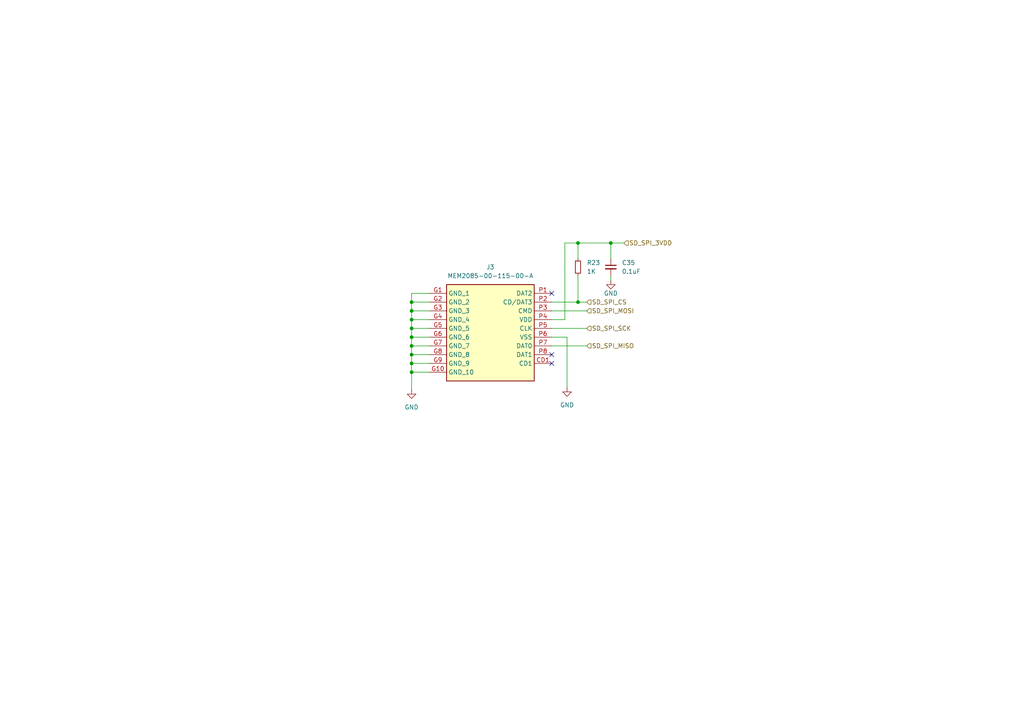
<source format=kicad_sch>
(kicad_sch (version 20230121) (generator eeschema)
  (paper "A4")
  (lib_symbols
    (symbol "Device:C_Small" (pin_numbers hide) (pin_names (offset 0.254) hide)
      (property "Reference" "C" (at 0.254 1.778 0))
      (property "Value" "C_Small" (at 0.254 -2.032 0))
      (symbol "C_Small_0_1"
        (polyline (pts (xy -1.524 -0.508) (xy 1.524 -0.508)) (stroke (width 0.3302)))
        (polyline (pts (xy -1.524 0.508) (xy 1.524 0.508)) (stroke (width 0.3048)))
      )
      (symbol "C_Small_1_1"
        (pin passive line (at 0 2.54 270) (length 2.032) (name "~") (number "1"))
        (pin passive line (at 0 -2.54 90) (length 2.032) (name "~") (number "2"))
      )
    )
    (symbol "Device:R_Small" (pin_numbers hide) (pin_names (offset 0.254) hide)
      (property "Reference" "R" (at 0.762 0.508 0))
      (property "Value" "R_Small" (at 0.762 -1.016 0))
      (symbol "R_Small_0_1"
        (rectangle (start -0.762 1.778) (end 0.762 -1.778) (stroke (width 0.2032)))
      )
      (symbol "R_Small_1_1"
        (pin passive line (at 0 2.54 270) (length 0.762) (name "~") (number "1"))
        (pin passive line (at 0 -2.54 90) (length 0.762) (name "~") (number "2"))
      )
    )
    (symbol "MEM2085-00-115-00-A:MEM2085-00-115-00-A"
      (property "Reference" "J" (at 31.75 7.62 0))
      (property "Value" "MEM2085-00-115-00-A" (at 31.75 5.08 0))
      (symbol "MEM2085-00-115-00-A_1_1"
        (rectangle (start 5.08 2.54) (end 30.48 -25.4) (stroke (width 0.254)) (fill (type background)))
        (pin passive line (at 35.56 -20.32 180) (length 5.08) (name "CD1") (number "CD1"))
        (pin passive line (at 0 0 0) (length 5.08) (name "GND_1") (number "G1"))
        (pin passive line (at 0 -22.86 0) (length 5.08) (name "GND_10") (number "G10"))
        (pin passive line (at 0 -2.54 0) (length 5.08) (name "GND_2") (number "G2"))
        (pin passive line (at 0 -5.08 0) (length 5.08) (name "GND_3") (number "G3"))
        (pin passive line (at 0 -7.62 0) (length 5.08) (name "GND_4") (number "G4"))
        (pin passive line (at 0 -10.16 0) (length 5.08) (name "GND_5") (number "G5"))
        (pin passive line (at 0 -12.7 0) (length 5.08) (name "GND_6") (number "G6"))
        (pin passive line (at 0 -15.24 0) (length 5.08) (name "GND_7") (number "G7"))
        (pin passive line (at 0 -17.78 0) (length 5.08) (name "GND_8") (number "G8"))
        (pin passive line (at 0 -20.32 0) (length 5.08) (name "GND_9") (number "G9"))
        (pin passive line (at 35.56 0 180) (length 5.08) (name "DAT2") (number "P1"))
        (pin passive line (at 35.56 -2.54 180) (length 5.08) (name "CD/DAT3") (number "P2"))
        (pin passive line (at 35.56 -5.08 180) (length 5.08) (name "CMD") (number "P3"))
        (pin passive line (at 35.56 -7.62 180) (length 5.08) (name "VDD") (number "P4"))
        (pin passive line (at 35.56 -10.16 180) (length 5.08) (name "CLK") (number "P5"))
        (pin passive line (at 35.56 -12.7 180) (length 5.08) (name "VSS") (number "P6"))
        (pin passive line (at 35.56 -15.24 180) (length 5.08) (name "DAT0") (number "P7"))
        (pin passive line (at 35.56 -17.78 180) (length 5.08) (name "DAT1") (number "P8"))
      )
    )
    (symbol "power:GND" (power) (pin_names (offset 0))
      (property "Value" "GND" (at 0 -3.81 0))
      (symbol "GND_0_1"
        (polyline (pts (xy 0 0) (xy 0 -1.27) (xy 1.27 -1.27) (xy 0 -2.54) (xy -1.27 -1.27) (xy 0 -1.27)))
      )
      (symbol "GND_1_1"
        (pin power_in line (at 0 0 270) (length 0) hide (name "GND") (number "1"))
      )
    )
  )
  (junction (at 119.38 92.71))
  (junction (at 119.38 90.17))
  (junction (at 119.38 107.95))
  (junction (at 119.38 102.87))
  (junction (at 119.38 105.41))
  (junction (at 119.38 97.79))
  (junction (at 167.64 70.485))
  (junction (at 119.38 95.25))
  (junction (at 167.64 87.63))
  (junction (at 119.38 87.63))
  (junction (at 119.38 100.33))
  (junction (at 177.165 70.485))
  (no_connect (at 160.02 105.41))
  (no_connect (at 160.02 85.09))
  (no_connect (at 160.02 102.87))
  (wire (pts (xy 119.38 95.25) (xy 119.38 97.79)))
  (wire (pts (xy 119.38 87.63) (xy 119.38 90.17)))
  (wire (pts (xy 119.38 102.87) (xy 124.46 102.87)))
  (wire (pts (xy 167.64 70.485) (xy 177.165 70.485)))
  (wire (pts (xy 119.38 87.63) (xy 124.46 87.63)))
  (wire (pts (xy 160.02 87.63) (xy 167.64 87.63)))
  (wire (pts (xy 160.02 97.79) (xy 164.465 97.79)))
  (wire (pts (xy 160.02 95.25) (xy 170.18 95.25)))
  (wire (pts (xy 124.46 85.09) (xy 119.38 85.09)))
  (wire (pts (xy 160.02 92.71) (xy 163.83 92.71)))
  (wire (pts (xy 119.38 92.71) (xy 119.38 95.25)))
  (wire (pts (xy 119.38 85.09) (xy 119.38 87.63)))
  (wire (pts (xy 119.38 90.17) (xy 119.38 92.71)))
  (wire (pts (xy 167.64 87.63) (xy 170.18 87.63)))
  (wire (pts (xy 160.02 90.17) (xy 170.18 90.17)))
  (wire (pts (xy 163.83 70.485) (xy 167.64 70.485)))
  (wire (pts (xy 160.02 100.33) (xy 170.18 100.33)))
  (wire (pts (xy 119.38 92.71) (xy 124.46 92.71)))
  (wire (pts (xy 177.165 70.485) (xy 177.165 74.93)))
  (wire (pts (xy 119.38 105.41) (xy 119.38 107.95)))
  (wire (pts (xy 177.165 70.485) (xy 180.975 70.485)))
  (wire (pts (xy 119.38 107.95) (xy 119.38 113.03)))
  (wire (pts (xy 164.465 97.79) (xy 164.465 112.395)))
  (wire (pts (xy 119.38 102.87) (xy 119.38 105.41)))
  (wire (pts (xy 119.38 90.17) (xy 124.46 90.17)))
  (wire (pts (xy 119.38 105.41) (xy 124.46 105.41)))
  (wire (pts (xy 119.38 107.95) (xy 124.46 107.95)))
  (wire (pts (xy 167.64 74.93) (xy 167.64 70.485)))
  (wire (pts (xy 119.38 97.79) (xy 119.38 100.33)))
  (wire (pts (xy 163.83 70.485) (xy 163.83 92.71)))
  (wire (pts (xy 119.38 97.79) (xy 124.46 97.79)))
  (wire (pts (xy 119.38 95.25) (xy 124.46 95.25)))
  (wire (pts (xy 177.165 80.01) (xy 177.165 81.28)))
  (wire (pts (xy 119.38 100.33) (xy 124.46 100.33)))
  (wire (pts (xy 119.38 100.33) (xy 119.38 102.87)))
  (wire (pts (xy 167.64 80.01) (xy 167.64 87.63)))
  (hierarchical_label "SD_SPI_3VDD" (shape input) (at 180.975 70.485 0))
  (hierarchical_label "SD_SPI_MISO" (shape input) (at 170.18 100.33 0))
  (hierarchical_label "SD_SPI_CS" (shape input) (at 170.18 87.63 0))
  (hierarchical_label "SD_SPI_MOSI" (shape input) (at 170.18 90.17 0))
  (hierarchical_label "SD_SPI_SCK" (shape input) (at 170.18 95.25 0))
  (symbol (lib_id "MEM2085-00-115-00-A:MEM2085-00-115-00-A") (at 124.46 85.09 0) (unit 1)
    (property "Reference" "J3" (at 142.24 77.47 0))
    (property "Value" "MEM2085-00-115-00-A" (at 142.24 80.01 0))
    (property "Footprint" "MEM2085:MEM20850011500A" (effects hide))
    (property "Datasheet" "https://gct.co/files/drawings/mem2085.pdf" (effects hide))
    (property "Height" "1.35" (effects hide))
    (property "Mouser Part Number" "640-MEM20850011500A" (effects hide))
    (property "Mouser Price/Stock" "https://www.mouser.co.uk/ProductDetail/GCT/MEM2085-00-115-00-A?qs=rQFj71Wb1eWNkFUhuuvVIA%3D%3D" (effects hide))
    (property "Manufacturer_Name" "GCT (GLOBAL CONNECTOR TECHNOLOGY)" (effects hide))
    (property "Manufacturer_Part_Number" "MEM2085-00-115-00-A" (effects hide))
  )
  (symbol (lib_id "Device:C_Small") (at 177.165 77.47 0) (unit 1)
    (property "Reference" "C35" (at 180.34 76.2063 0) (effects (justify left)))
    (property "Value" "0.1uF" (at 180.34 78.7463 0) (effects (justify left)))
    (property "Footprint" "Capacitor_SMD:C_0603_1608Metric" (effects hide))
  )
  (symbol (lib_id "Device:R_Small") (at 167.64 77.47 0) (unit 1)
    (property "Reference" "R23" (at 170.18 76.2 0) (effects (justify left)))
    (property "Value" "1K" (at 170.18 78.74 0) (effects (justify left)))
    (property "Footprint" "Resistor_SMD:R_01005_0402Metric" (effects hide))
  )
  (symbol (lib_id "power:GND") (at 177.165 81.28 0) (unit 1)
    (property "Reference" "#PWR044" (effects hide))
    (property "Value" "GND" (at 177.165 85.09 0))
  )
  (symbol (lib_id "power:GND") (at 119.38 113.03 0) (unit 1)
    (property "Reference" "#PWR042" (effects hide))
    (property "Value" "GND" (at 119.38 118.11 0))
  )
  (symbol (lib_id "power:GND") (at 164.465 112.395 0) (unit 1)
    (property "Reference" "#PWR043" (effects hide))
    (property "Value" "GND" (at 164.465 117.475 0))
  )
)
</source>
